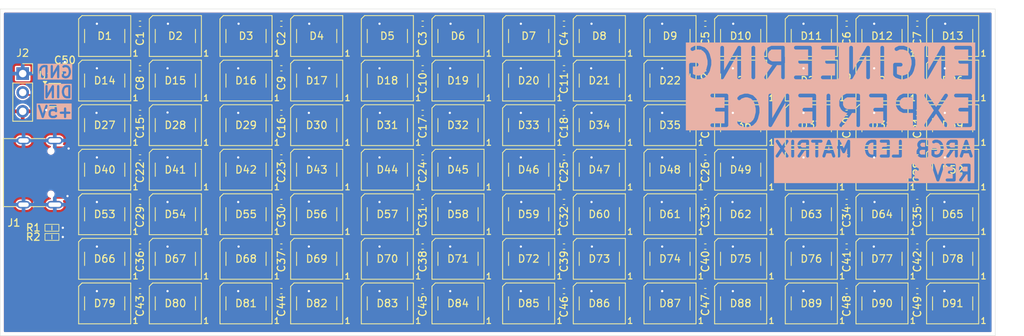
<source format=kicad_pcb>
(kicad_pcb (version 20241229) (generator "pcbnew") (generator_version "9.0")
  (layers (0 "F.Cu" signal) (2 "B.Cu" signal) (13 "F.Paste" user) (15 "B.Paste" user) (5 "F.SilkS" user "F.Silkscreen") (7 "B.SilkS" user "B.Silkscreen") (1 "F.Mask" user) (3 "B.Mask" user) (25 "Edge.Cuts" user))
  (net 0 "")
  (net 1 "Net-(D1-DOUT)")
  (net 2 "GND")
  (net 3 "+5V")
  (net 7 "Net-(D2-DOUT)")
  (net 11 "Net-(J2-Pin_2)")
  (net 12 "/DIN")
  (net 13 "Net-(D3-DOUT)")
  (net 14 "Net-(D4-DOUT)")
  (net 15 "Net-(D5-DOUT)")
  (net 16 "Net-(D6-DOUT)")
  (net 17 "Net-(D7-DOUT)")
  (net 18 "Net-(D8-DOUT)")
  (net 19 "Net-(D10-DIN)")
  (net 20 "Net-(D10-DOUT)")
  (net 21 "Net-(D11-DOUT)")
  (net 22 "Net-(D12-DOUT)")
  (net 23 "DO1")
  (net 24 "Net-(D14-DOUT)")
  (net 25 "Net-(D15-DOUT)")
  (net 26 "Net-(D16-DOUT)")
  (net 27 "Net-(D17-DOUT)")
  (net 28 "Net-(D18-DOUT)")
  (net 29 "Net-(D19-DOUT)")
  (net 30 "Net-(D20-DOUT)")
  (net 31 "Net-(D21-DOUT)")
  (net 32 "Net-(D22-DOUT)")
  (net 33 "Net-(D23-DOUT)")
  (net 34 "Net-(D24-DOUT)")
  (net 35 "Net-(D25-DOUT)")
  (net 36 "DO2")
  (net 37 "Net-(D27-DOUT)")
  (net 38 "Net-(D28-DOUT)")
  (net 39 "Net-(D29-DOUT)")
  (net 40 "Net-(D30-DOUT)")
  (net 41 "Net-(D31-DOUT)")
  (net 42 "Net-(D32-DOUT)")
  (net 43 "Net-(D33-DOUT)")
  (net 44 "Net-(D34-DOUT)")
  (net 45 "Net-(D35-DOUT)")
  (net 46 "Net-(D36-DOUT)")
  (net 47 "Net-(D37-DOUT)")
  (net 48 "Net-(D38-DOUT)")
  (net 49 "DO3")
  (net 50 "Net-(D40-DOUT)")
  (net 51 "Net-(D41-DOUT)")
  (net 52 "Net-(D42-DOUT)")
  (net 53 "Net-(D43-DOUT)")
  (net 54 "Net-(D44-DOUT)")
  (net 55 "Net-(D45-DOUT)")
  (net 56 "Net-(D46-DOUT)")
  (net 57 "Net-(D47-DOUT)")
  (net 58 "Net-(D48-DOUT)")
  (net 59 "Net-(D49-DOUT)")
  (net 60 "Net-(D50-DOUT)")
  (net 61 "Net-(D51-DOUT)")
  (net 62 "DO4")
  (net 63 "Net-(D53-DOUT)")
  (net 64 "Net-(D54-DOUT)")
  (net 65 "Net-(D55-DOUT)")
  (net 66 "Net-(D56-DOUT)")
  (net 67 "Net-(D57-DOUT)")
  (net 68 "Net-(D58-DOUT)")
  (net 69 "Net-(D59-DOUT)")
  (net 70 "Net-(D60-DOUT)")
  (net 71 "Net-(D61-DOUT)")
  (net 72 "Net-(D62-DOUT)")
  (net 73 "Net-(D63-DOUT)")
  (net 74 "Net-(D64-DOUT)")
  (net 75 "DO5")
  (net 76 "Net-(D66-DOUT)")
  (net 77 "Net-(D67-DOUT)")
  (net 78 "Net-(D68-DOUT)")
  (net 79 "Net-(D69-DOUT)")
  (net 80 "Net-(D70-DOUT)")
  (net 81 "Net-(D71-DOUT)")
  (net 82 "Net-(D72-DOUT)")
  (net 83 "Net-(D73-DOUT)")
  (net 84 "Net-(D74-DOUT)")
  (net 85 "Net-(D75-DOUT)")
  (net 86 "Net-(D76-DOUT)")
  (net 87 "Net-(D77-DOUT)")
  (net 88 "DO6")
  (net 89 "Net-(D79-DOUT)")
  (net 90 "Net-(D80-DOUT)")
  (net 91 "Net-(D81-DOUT)")
  (net 92 "Net-(D82-DOUT)")
  (net 93 "Net-(D83-DOUT)")
  (net 94 "Net-(D84-DOUT)")
  (net 95 "Net-(D85-DOUT)")
  (net 96 "Net-(D86-DOUT)")
  (net 97 "Net-(D87-DOUT)")
  (net 98 "Net-(D88-DOUT)")
  (net 99 "Net-(D89-DOUT)")
  (net 100 "Net-(D90-DOUT)")
  (net 101 "DO7")
  (net 102 "Net-(J1-CC1)")
  (net 103 "Net-(J1-CC2)")
  (footprint "EE_DIODES:XL-5050RGBC-WS2812B" (layer "F.Cu") (at 180.55 139.65 180)
    (property "Reference" "D86")
    (property "Value" "XL-5050RGBC-WS2812B")
  )
  (footprint "EE_DIODES:XL-5050RGBC-WS2812B" (layer "F.Cu") (at 190.05 127.65 180)
    (property "Reference" "D61")
    (property "Value" "XL-5050RGBC-WS2812B")
  )
  (footprint "EE_PASSIVE_CAPACITORS:C_0402" (layer "F.Cu") (at 175.8 102)
    (property "Reference" "C4")
    (property "Value" "100nF" (hide yes))
  )
  (footprint "EE_PASSIVE_CAPACITORS:C_0402" (layer "F.Cu") (at 137.8 138)
    (property "Reference" "C44")
    (property "Value" "100nF" (hide yes))
  )
  (footprint "EE_DIODES:XL-5050RGBC-WS2812B" (layer "F.Cu") (at 209.05 133.65 180)
    (property "Reference" "D76")
    (property "Value" "XL-5050RGBC-WS2812B")
  )
  (footprint "EE_DIODES:XL-5050RGBC-WS2812B" (layer "F.Cu") (at 228.05 115.65 180)
    (property "Reference" "D39")
    (property "Value" "XL-5050RGBC-WS2812B")
  )
  (footprint "EE_DIODES:XL-5050RGBC-WS2812B" (layer "F.Cu") (at 123.55 109.65 180)
    (property "Reference" "D15")
    (property "Value" "XL-5050RGBC-WS2812B")
  )
  (footprint "EE_PASSIVE_CAPACITORS:C_0402" (layer "F.Cu") (at 175.8 108)
    (property "Reference" "C11")
    (property "Value" "100nF" (hide yes))
  )
  (footprint "EE_PASSIVE_RESISTORS:R_0402" (layer "F.Cu") (at 106.95 129.47)
    (property "Reference" "R1")
    (property "Value" "5K1" (hide yes))
  )
  (footprint "EE_DIODES:XL-5050RGBC-WS2812B" (layer "F.Cu") (at 142.55 103.65 180)
    (property "Reference" "D4")
    (property "Value" "XL-5050RGBC-WS2812B")
  )
  (footprint "EE_DIODES:XL-5050RGBC-WS2812B" (layer "F.Cu") (at 133.05 121.65 180)
    (property "Reference" "D42")
    (property "Value" "XL-5050RGBC-WS2812B")
  )
  (footprint "EE_DIODES:XL-5050RGBC-WS2812B" (layer "F.Cu") (at 161.55 133.65 180)
    (property "Reference" "D71")
    (property "Value" "XL-5050RGBC-WS2812B")
  )
  (footprint "EE_PASSIVE_CAPACITORS:C_0402" (layer "F.Cu") (at 156.8 120)
    (property "Reference" "C24")
    (property "Value" "100nF" (hide yes))
  )
  (footprint "EE_PASSIVE_CAPACITORS:C_0402" (layer "F.Cu") (at 118.8 132)
    (property "Reference" "C36")
    (property "Value" "100nF" (hide yes))
  )
  (footprint "EE_PASSIVE_CAPACITORS:C_0402" (layer "F.Cu") (at 156.8 138)
    (property "Reference" "C45")
    (property "Value" "100nF" (hide yes))
  )
  (footprint "EE_CONNECTORS:G-Switch_GT-USB-7010ASV" (layer "F.Cu") (at 104.215 122.04 -90)
    (property "Reference" "J1")
    (property "Value" "GT-USB-7010ASV" (hide yes))
  )
  (footprint "EE_PASSIVE_CAPACITORS:C_0402" (layer "F.Cu") (at 137.8 102)
    (property "Reference" "C2")
    (property "Value" "100nF" (hide yes))
  )
  (footprint "EE_PASSIVE_CAPACITORS:C_0402" (layer "F.Cu") (at 137.8 132)
    (property "Reference" "C37")
    (property "Value" "100nF" (hide yes))
  )
  (footprint "EE_DIODES:XL-5050RGBC-WS2812B" (layer "F.Cu") (at 142.55 109.65 180)
    (property "Reference" "D17")
    (property "Value" "XL-5050RGBC-WS2812B")
  )
  (footprint "EE_PASSIVE_CAPACITORS:C_0402" (layer "F.Cu") (at 213.8 126)
    (property "Reference" "C34")
    (property "Value" "100nF" (hide yes))
  )
  (footprint "EE_DIODES:XL-5050RGBC-WS2812B" (layer "F.Cu") (at 190.05 115.65 180)
    (property "Reference" "D35")
    (property "Value" "XL-5050RGBC-WS2812B")
  )
  (footprint "EE_PASSIVE_RESISTORS:R_0402" (layer "F.Cu") (at 106.95 130.7)
    (property "Reference" "R2")
    (property "Value" "5K1" (hide yes))
  )
  (footprint "EE_PASSIVE_CAPACITORS:C_0402" (layer "F.Cu") (at 223.3 120)
    (property "Reference" "C28")
    (property "Value" "100nF" (hide yes))
  )
  (footprint "EE_DIODES:XL-5050RGBC-WS2812B" (layer "F.Cu") (at 218.55 133.65 180)
    (property "Reference" "D77")
    (property "Value" "XL-5050RGBC-WS2812B")
  )
  (footprint "EE_DIODES:XL-5050RGBC-WS2812B" (layer "F.Cu") (at 161.55 127.65 180)
    (property "Reference" "D58")
    (property "Value" "XL-5050RGBC-WS2812B")
  )
  (footprint "EE_PASSIVE_CAPACITORS:C_0402" (layer "F.Cu") (at 137.8 114)
    (property "Reference" "C16")
    (property "Value" "100nF" (hide yes))
  )
  (footprint "EE_PASSIVE_CAPACITORS:C_0402" (layer "F.Cu") (at 194.8 114)
    (property "Reference" "C19")
    (property "Value" "100nF" (hide yes))
  )
  (footprint "EE_PASSIVE_CAPACITORS:C_0402" (layer "F.Cu") (at 213.8 108)
    (property "Reference" "C13")
    (property "Value" "100nF" (hide yes))
  )
  (footprint "EE_DIODES:XL-5050RGBC-WS2812B" (layer "F.Cu") (at 199.55 121.65 180)
    (property "Reference" "D49")
    (property "Value" "XL-5050RGBC-WS2812B")
  )
  (footprint "EE_IC_LOGIC:74AHCT1G126W5-7" (layer "F.Cu") (at 107.3275 111.59)
    (property "Reference" "U1")
    (property "Value" "74AHCT1G126W5-7" (hide yes))
  )
  (footprint "EE_PASSIVE_CAPACITORS:C_0402" (layer "F.Cu") (at 118.8 126)
    (property "Reference" "C29")
    (property "Value" "100nF" (hide yes))
  )
  (footprint "EE_DIODES:XL-5050RGBC-WS2812B" (layer "F.Cu") (at 228.05 133.65 180)
    (property "Reference" "D78")
    (property "Value" "XL-5050RGBC-WS2812B")
  )
  (footprint "EE_PASSIVE_CAPACITORS:C_0402" (layer "F.Cu") (at 213.8 114)
    (property "Reference" "C20")
    (property "Value" "100nF" (hide yes))
  )
  (footprint "Connector_PinSocket_2.54mm:PinSocket_1x03_P2.54mm_Vertical" (layer "F.Cu") (at 103.0275 108.71)
    (property "Reference" "J2")
    (property "Value" "DATA IN")
  )
  (footprint "EE_DIODES:XL-5050RGBC-WS2812B" (layer "F.Cu") (at 199.55 109.65 180)
    (property "Reference" "D23")
    (property "Value" "XL-5050RGBC-WS2812B")
  )
  (footprint "EE_DIODES:XL-5050RGBC-WS2812B" (layer "F.Cu") (at 218.55 139.65 180)
    (property "Reference" "D90")
    (property "Value" "XL-5050RGBC-WS2812B")
  )
  (footprint "EE_DIODES:XL-5050RGBC-WS2812B" (layer "F.Cu") (at 218.55 103.65 180)
    (property "Reference" "D12")
    (property "Value" "XL-5050RGBC-WS2812B")
  )
  (footprint "EE_DIODES:XL-5050RGBC-WS2812B" (layer "F.Cu") (at 209.05 139.65 180)
    (property "Reference" "D89")
    (property "Value" "XL-5050RGBC-WS2812B")
  )
  (footprint "EE_DIODES:XL-5050RGBC-WS2812B" (layer "F.Cu") (at 133.05 109.65 180)
    (property "Reference" "D16")
    (property "Value" "XL-5050RGBC-WS2812B")
  )
  (footprint "EE_DIODES:XL-5050RGBC-WS2812B" (layer "F.Cu") (at 228.05 127.65 180)
    (property "Reference" "D65")
    (property "Value" "XL-5050RGBC-WS2812B")
  )
  (footprint "EE_PASSIVE_CAPACITORS:C_0402" (layer "F.Cu") (at 223.3 108)
    (property "Reference" "C14")
    (property "Value" "100nF" (hide yes))
  )
  (footprint "EE_PASSIVE_CAPACITORS:C_0402" (layer "F.Cu") (at 194.8 132)
    (property "Reference" "C40")
    (property "Value" "100nF" (hide yes))
  )
  (footprint "EE_DIODES:XL-5050RGBC-WS2812B" (layer "F.Cu") (at 123.55 133.65 180)
    (property "Reference" "D67")
    (property "Value" "XL-5050RGBC-WS2812B")
  )
  (footprint "EE_DIODES:XL-5050RGBC-WS2812B" (layer "F.Cu") (at 114.05 127.65 180)
    (property "Reference" "D53")
    (property "Value" "XL-5050RGBC-WS2812B")
  )
  (footprint "EE_PASSIVE_CAPACITORS:C_0402" (layer "F.Cu") (at 194.8 120)
    (property "Reference" "C26")
    (property "Value" "100nF" (hide yes))
  )
  (footprint "EE_DIODES:XL-5050RGBC-WS2812B" (layer "F.Cu") (at 152.05 139.65 180)
    (property "Reference" "D83")
    (property "Value" "XL-5050RGBC-WS2812B")
  )
  (footprint "EE_DIODES:XL-5050RGBC-WS2812B" (layer "F.Cu") (at 180.55 121.65 180)
    (property "Reference" "D47")
    (property "Value" "XL-5050RGBC-WS2812B")
  )
  (footprint "EE_DIODES:XL-5050RGBC-WS2812B" (layer "F.Cu") (at 123.55 103.65 180)
    (property "Reference" "D2")
    (property "Value" "XL-5050RGBC-WS2812B")
  )
  (footprint "EE_DIODES:XL-5050RGBC-WS2812B" (layer "F.Cu") (at 218.55 127.65 180)
    (property "Reference" "D64")
    (property "Value" "XL-5050RGBC-WS2812B")
  )
  (footprint "EE_DIODES:XL-5050RGBC-WS2812B" (layer "F.Cu") (at 114.05 109.65 180)
    (property "Reference" "D14")
    (property "Value" "XL-5050RGBC-WS2812B")
  )
  (footprint "EE_DIODES:XL-5050RGBC-WS2812B" (layer "F.Cu") (at 133.05 127.65 180)
    (property "Reference" "D55")
    (property "Value" "XL-5050RGBC-WS2812B")
  )
  (footprint "EE_PASSIVE_CAPACITORS:C_0402" (layer "F.Cu") (at 137.8 120)
    (property "Reference" "C23")
    (property "Value" "100nF" (hide yes))
  )
  (footprint "EE_PASSIVE_CAPACITORS:C_0402" (layer "F.Cu") (at 118.8 138)
    (property "Reference" "C43")
    (property "Value" "100nF" (hide yes))
  )
  (footprint "EE_DIODES:XL-5050RGBC-WS2812B" (layer "F.Cu") (at 114.05 103.65 180)
    (property "Reference" "D1")
    (property "Value" "XL-5050RGBC-WS2812B")
  )
  (footprint "EE_DIODES:XL-5050RGBC-WS2812B" (layer "F.Cu") (at 114.05 133.65 180)
    (property "Reference" "D66")
    (property "Value" "XL-5050RGBC-WS2812B")
  )
  (footprint "EE_DIODES:XL-5050RGBC-WS2812B" (layer "F.Cu") (at 180.55 115.65 180)
    (property "Reference" "D34")
    (property "Value" "XL-5050RGBC-WS2812B")
  )
  (footprint "EE_DIODES:XL-5050RGBC-WS2812B" (layer "F.Cu") (at 142.55 127.65 180)
    (property "Reference" "D56")
    (property "Value" "XL-5050RGBC-WS2812B")
  )
  (footprint "EE_DIODES:XL-5050RGBC-WS2812B" (layer "F.Cu") (at 114.05 121.65 180)
    (property "Reference" "D40")
    (property "Value" "XL-5050RGBC-WS2812B")
  )
  (footprint "EE_DIODES:XL-5050RGBC-WS2812B" (layer "F.Cu") (at 152.05 121.65 180)
    (property "Reference" "D44")
    (property "Value" "XL-5050RGBC-WS2812B")
  )
  (footprint "EE_DIODES:XL-5050RGBC-WS2812B" (layer "F.Cu") (at 218.55 109.65 180)
    (property "Reference" "D25")
    (property "Value" "XL-5050RGBC-WS2812B")
  )
  (footprint "EE_DIODES:XL-5050RGBC-WS2812B" (layer "F.Cu") (at 123.55 121.65 180)
    (property "Reference" "D41")
    (property "Value" "XL-5050RGBC-WS2812B")
  )
  (footprint "EE_PASSIVE_CAPACITORS:C_0402" (layer "F.Cu") (at 175.8 132)
    (property "Reference" "C39")
    (property "Value" "100nF" (hide yes))
  )
  (footprint "EE_DIODES:XL-5050RGBC-WS2812B" (layer "F.Cu") (at 228.05 103.65 180)
    (property "Reference" "D13")
    (property "Value" "XL-5050RGBC-WS2812B")
  )
  (footprint "EE_DIODES:XL-5050RGBC-WS2812B" (layer "F.Cu") (at 228.05 139.65 180)
    (property "Reference" "D91")
    (property "Value" "XL-5050RGBC-WS2812B")
  )
  (footprint "EE_DIODES:XL-5050RGBC-WS2812B" (layer "F.Cu") (at 171.05 109.65 180)
    (property "Reference" "D20")
    (property "Value" "XL-5050RGBC-WS2812B")
  )
  (footprint "EE_DIODES:XL-5050RGBC-WS2812B" (layer "F.Cu") (at 161.55 109.65 180)
    (property "Reference" "D19")
    (property "Value" "XL-5050RGBC-WS2812B")
  )
  (footprint "EE_PASSIVE_CAPACITORS:C_0402" (layer "F.Cu") (at 118.8 114)
    (property "Reference" "C15")
    (property "Value" "100nF" (hide yes))
  )
  (footprint "EE_DIODES:XL-5050RGBC-WS2812B" (layer "F.Cu") (at 190.05 139.65 180)
    (property "Reference" "D87")
    (property "Value" "XL-5050RGBC-WS2812B")
  )
  (footprint "EE_PASSIVE_CAPACITORS:C_0402" (layer "F.Cu") (at 156.8 114)
    (property "Reference" "C17")
    (property "Value" "100nF" (hide yes))
  )
  (footprint "EE_PASSIVE_CAPACITORS:C_0402" (layer "F.Cu") (at 118.8 108)
    (property "Reference" "C8")
    (property "Value" "100nF" (hide yes))
  )
  (footprint "EE_PASSIVE_CAPACITORS:C_0402" (layer "F.Cu") (at 137.8 126)
    (property "Reference" "C30")
    (property "Value" "100nF" (hide yes))
  )
  (footprint "EE_PASSIVE_CAPACITORS:C_0402" (layer "F.Cu") (at 118.8 102)
    (property "Reference" "C1")
    (property "Value" "100nF" (hide yes))
  )
  (footprint "EE_DIODES:XL-5050RGBC-WS2812B" (layer "F.Cu") (at 218.55 121.65 180)
    (property "Reference" "D51")
    (property "Value" "XL-5050RGBC-WS2812B")
  )
  (footprint "EE_PASSIVE_CAPACITORS:C_0402" (layer "F.Cu") (at 223.3 114)
    (property "Reference" "C21")
    (property "Value" "100nF" (hide yes))
  )
  (footprint "EE_PASSIVE_CAPACITORS:C_0402" (layer "F.Cu") (at 223.3 102)
    (property "Reference" "C7")
    (property "Value" "100nF" (hide yes))
  )
  (footprint "EE_DIODES:XL-5050RGBC-WS2812B" (layer "F.Cu") (at 180.55 133.65 180)
    (property "Reference" "D73")
    (property "Value" "XL-5050RGBC-WS2812B")
  )
  (footprint "EE_DIODES:XL-5050RGBC-WS2812B" (layer "F.Cu") (at 199.55 133.65 180)
    (property "Reference" "D75")
    (property "Value" "XL-5050RGBC-WS2812B")
  )
  (footprint "EE_DIODES:XL-5050RGBC-WS2812B" (layer "F.Cu") (at 161.55 103.65 180)
    (property "Reference" "D6")
    (property "Value" "XL-5050RGBC-WS2812B")
  )
  (footprint "EE_DIODES:XL-5050RGBC-WS2812B" (layer "F.Cu") (at 152.05 133.65 180)
    (property "Reference" "D70")
    (property "Value" "XL-5050RGBC-WS2812B")
  )
  (footprint "EE_DIODES:XL-5050RGBC-WS2812B" (layer "F.Cu") (at 152.05 109.65 180)
    (property "Reference" "D18")
    (property "Value" "XL-5050RGBC-WS2812B")
  )
  (footprint "EE_PASSIVE_CAPACITORS:C_0402" (layer "F.Cu") (at 223.3 126)
    (property "Reference" "C35")
    (property "Value" "100nF" (hide yes))
  )
  (footprint "EE_DIODES:XL-5050RGBC-WS2812B" (layer "F.Cu") (at 199.55 139.65 180)
    (property "Reference" "D88")
    (property "Value" "XL-5050RGBC-WS2812B")
  )
  (footprint "EE_DIODES:XL-5050RGBC-WS2812B" (layer "F.Cu") (at 161.55 139.65 180)
    (property "Reference" "D84")
    (property "Value" "XL-5050RGBC-WS2812B")
  )
  (footprint "EE_DIODES:XL-5050RGBC-WS2812B" (layer "F.Cu") (at 180.55 127.65 180)
    (property "Reference" "D60")
    (property "Value" "XL-5050RGBC-WS2812B")
  )
  (footprint "EE_DIODES:XL-5050RGBC-WS2812B" (layer "F.Cu") (at 114.05 115.65 180)
    (property "Reference" "D27")
    (property "Value" "XL-5050RGBC-WS2812B")
  )
  (footprint "EE_PASSIVE_CAPACITORS:C_0402" (layer "F.Cu") (at 213.8 132)
    (property "Reference" "C41")
    (property "Value" "100nF" (hide yes))
  )
  (footprint "EE_PASSIVE_CAPACITORS:C_0402" (layer "F.Cu") (at 213.8 102)
    (property "Reference" "C6")
    (property "Value" "100nF" (hide yes))
  )
  (footprint "EE_DIODES:XL-5050RGBC-WS2812B" (layer "F.Cu") (at 199.55 115.65 180)
    (property "Reference" "D36")
    (property "Value" "XL-5050RGBC-WS2812B")
  )
  (footprint "EE_DIODES:XL-5050RGBC-WS2812B" (layer "F.Cu") (at 209.05 121.65 180)
    (property "Reference" "D50")
    (property "Value" "XL-5050RGBC-WS2812B")
  )
  (footprint "EE_DIODES:XL-5050RGBC-WS2812B" (layer "F.Cu") (at 171.05 103.65 180)
    (property "Reference" "D7")
    (property "Value" "XL-5050RGBC-WS2812B")
  )
  (footprint "EE_DIODES:XL-5050RGBC-WS2812B" (layer "F.Cu") (at 228.05 121.65 180)
    (property "Reference" "D52")
    (property "Value" "XL-5050RGBC-WS2812B")
  )
  (footprint "EE_PASSIVE_CAPACITORS:C_0402" (layer "F.Cu") (at 156.8 132)
    (property "Reference" "C38")
    (property "Value" "100nF" (hide yes))
  )
  (footprint "EE_DIODES:XL-5050RGBC-WS2812B" (layer "F.Cu") (at 114.05 139.65 180)
    (property "Reference" "D79")
    (property "Value" "XL-5050RGBC-WS2812B")
  )
  (footprint "EE_PASSIVE_CAPACITORS:C_0402" (layer "F.Cu") (at 213.8 120)
    (property "Reference" "C27")
    (property "Value" "100nF" (hide yes))
  )
  (footprint "EE_DIODES:XL-5050RGBC-WS2812B" (layer "F.Cu") (at 142.55 121.65 180)
    (property "Reference" "D43")
    (property "Value" "XL-5050RGBC-WS2812B")
  )
  (footprint "EE_DIODES:XL-5050RGBC-WS2812B" (layer "F.Cu") (at 190.05 121.65 180)
    (property "Reference" "D48")
    (property "Value" "XL-5050RGBC-WS2812B")
  )
  (footprint "EE_DIODES:XL-5050RGBC-WS2812B" (layer "F.Cu") (at 199.55 103.65 180)
    (property "Reference" "D10")
    (property "Value" "XL-5050RGBC-WS2812B")
  )
  (footprint "EE_DIODES:XL-5050RGBC-WS2812B" (layer "F.Cu") (at 133.05 115.65 180)
    (property "Reference" "D29")
    (property "Value" "XL-5050RGBC-WS2812B")
  )
  (footprint "EE_DIODES:XL-5050RGBC-WS2812B" (layer "F.Cu") (at 209.05 115.65 180)
    (property "Reference" "D37")
    (property "Value" "XL-5050RGBC-WS2812B")
  )
  (footprint "EE_PASSIVE_CAPACITORS:C_0402" (layer "F.Cu") (at 156.8 108)
    (property "Reference" "C10")
    (property "Value" "100nF" (hide yes))
  )
  (footprint "EE_PASSIVE_CAPACITORS:C_0402" (layer "F.Cu") (at 223.3 132)
    (property "Reference" "C42")
    (property "Value" "100nF" (hide yes))
  )
  (footprint "EE_DIODES:XL-5050RGBC-WS2812B" (layer "F.Cu") (at 142.55 115.65 180)
    (property "Reference" "D30")
    (property "Value" "XL-5050RGBC-WS2812B")
  )
  (footprint "EE_DIODES:XL-5050RGBC-WS2812B" (layer "F.Cu") (at 161.55 121.65 180)
    (property "Reference" "D45")
    (property "Value" "XL-5050RGBC-WS2812B")
  )
  (footprint "EE_PASSIVE_CAPACITORS:C_0402" (layer "F.Cu") (at 175.8 120)
    (property "Reference" "C25")
    (property "Value" "100nF" (hide yes))
  )
  (footprint "EE_PASSIVE_CAPACITORS:C_0402" (layer "F.Cu") (at 137.8 108)
    (property "Reference" "C9")
    (property "Value" "100nF" (hide yes))
  )
  (footprint "EE_PASSIVE_CAPACITORS:C_0402" (layer "F.Cu") (at 108.7 108.62 90)
    (property "Reference" "C50")
    (property "Value" "100nF" (hide yes))
  )
  (footprint "EE_DIODES:XL-5050RGBC-WS2812B" (layer "F.Cu") (at 171.05 139.65 180)
    (property "Reference" "D85")
    (property "Value" "XL-5050RGBC-WS2812B")
  )
  (footprint "EE_PASSIVE_CAPACITORS:C_0402" (layer "F.Cu") (at 175.8 126)
    (property "Reference" "C32")
    (property "Value" "100nF" (hide yes))
  )
  (footprint "EE_DIODES:XL-5050RGBC-WS2812B" (layer "F.Cu") (at 171.05 115.65 180)
    (property "Reference" "D33")
    (property "Value" "XL-5050RGBC-WS2812B")
  )
  (footprint "EE_DIODES:XL-5050RGBC-WS2812B" (layer "F.Cu") (at 142.55 139.65 180)
    (property "Reference" "D82")
    (property "Value" "XL-5050RGBC-WS2812B")
  )
  (footprint "EE_DIODES:XL-5050RGBC-WS2812B" (layer "F.Cu") (at 133.05 133.65 180)
    (property "Reference" "D68")
    (property "Value" "XL-5050RGBC-WS2812B")
  )
  (footprint "EE_DIODES:XL-5050RGBC-WS2812B" (layer "F.Cu") (at 228.05 109.65 180)
    (property "Reference" "D26")
    (property "Value" "XL-5050RGBC-WS2812B")
  )
  (footprint "EE_DIODES:XL-5050RGBC-WS2812B" (layer "F.Cu") (at 190.05 103.65 180)
    (property "Reference" "D9")
    (property "Value" "XL-5050RGBC-WS2812B")
  )
  (footprint "EE_PASSIVE_CAPACITORS:C_0402" (layer "F.Cu") (at 156.8 126)
    (property "Reference" "C31")
    (property "Value" "100nF" (hide yes))
  )
  (footprint "EE_DIODES:XL-5050RGBC-WS2812B" (layer "F.Cu") (at 171.05 133.65 180)
    (property "Reference" "D72")
    (property "Value" "XL-5050RGBC-WS2812B")
  )
  (footprint "EE_DIODES:XL-5050RGBC-WS2812B" (layer "F.Cu") (at 133.05 103.65 180)
    (property "Reference" "D3")
    (property "Value" "XL-5050RGBC-WS2812B")
  )
  (footprint "EE_DIODES:XL-5050RGBC-WS2812B" (layer "F.Cu") (at 209.05 127.65 180)
    (property "Reference" "D63")
    (property "Value" "XL-5050RGBC-WS2812B")
  )
  (footprint "EE_DIODES:XL-5050RGBC-WS2812B" (layer "F.Cu") (at 199.55 127.65 180)
    (property "Reference" "D62")
    (property "Value" "XL-5050RGBC-WS2812B")
  )
  (footprint "EE_PASSIVE_CAPACITORS:C_0402" (layer "F.Cu") (at 175.8 114)
    (property "Reference" "C18")
    (property "Value" "100nF" (hide yes))
  )
  (footprint "EE_DIODES:XL-5050RGBC-WS2812B" (layer "F.Cu") (at 171.05 127.65 180)
    (property "Reference" "D59")
    (property "Value" "XL-5050RGBC-WS2812B")
  )
  (footprint "EE_DIODES:XL-5050RGBC-WS2812B" (layer "F.Cu") (at 218.55 115.65 180)
    (property "Reference" "D38")
    (property "Value" "XL-5050RGBC-WS2812B")
  )
  (footprint "EE_DIODES:XL-5050RGBC-WS2812B" (layer "F.Cu") (at 209.05 109.65 180)
    (property "Reference" "D24")
    (property "Value" "XL-5050RGBC-WS2812B")
  )
  (footprint "EE_DIODES:XL-5050RGBC-WS2812B" (layer "F.Cu") (at 133.05 139.65 180)
    (property "Reference" "D81")
    (property "Value" "XL-5050RGBC-WS2812B")
  )
  (footprint "EE_DIODES:XL-5050RGBC-WS2812B" (layer "F.Cu") (at 190.05 133.65 180)
    (property "Reference" "D74")
    (property "Value" "XL-5050RGBC-WS2812B")
  )
  (footprint "EE_DIODES:XL-5050RGBC-WS2812B" (layer "F.Cu") (at 123.55 115.65 180)
    (property "Reference" "D28")
    (property "Value" "XL-5050RGBC-WS2812B")
  )
  (footprint "EE_DIODES:XL-5050RGBC-WS2812B" (layer "F.Cu") (at 142.55 133.65 180)
    (property "Reference" "D69")
    (property "Value" "XL-5050RGBC-WS2812B")
  )
  (footprint "EE_DIODES:XL-5050RGBC-WS2812B" (layer "F.Cu") (at 180.55 103.65 180)
    (property "Reference" "D8")
    (property "Value" "XL-5050RGBC-WS2812B")
  )
  (footprint "EE_PASSIVE_CAPACITORS:C_0402" (layer "F.Cu") (at 194.8 138)
    (property "Reference" "C47")
    (property "Value" "100nF" (hide yes))
  )
  (footprint "EE_DIODES:XL-5050RGBC-WS2812B" (layer "F.Cu") (at 152.05 103.65 180)
    (property "Reference" "D5")
    (property "Value" "XL-5050RGBC-WS2812B")
  )
  (footprint "EE_DIODES:XL-5050RGBC-WS2812B" (layer "F.Cu") (at 123.55 139.65 180)
    (property "Reference" "D80")
    (property "Value" "XL-5050RGBC-WS2812B")
  )
  (footprint "EE_PASSIVE_CAPACITORS:C_0402" (layer "F.Cu") (at 175.8 138)
    (property "Reference" "C46")
    (property "Value" "100nF" (hide yes))
  )
  (footprint "EE_PASSIVE_CAPACITORS:C_0402" (layer "F.Cu") (at 118.8 120)
    (property "Reference" "C22")
    (property "Value" "100nF" (hide yes))
  )
  (footprint "EE_DIODES:XL-5050RGBC-WS2812B" (layer "F.Cu") (at 152.05 127.65 180)
    (property "Reference" "D57")
    (property "Value" "XL-5050RGBC-WS2812B")
  )
  (footprint "EE_PASSIVE_CAPACITORS:C_0402" (layer "F.Cu") (at 156.8 102)
    (property "Reference" "C3")
    (property "Value" "100nF" (hide yes))
  )
  (footprint "EE_DIODES:XL-5050RGBC-WS2812B" (layer "F.Cu") (at 190.05 109.65 180)
    (property "Reference" "D22")
    (property "Value" "XL-5050RGBC-WS2812B")
  )
  (footprint "EE_DIODES:XL-5050RGBC-WS2812B" (layer "F.Cu") (at 152.05 115.65 180)
    (property "Reference" "D31")
    (property "Value" "XL-5050RGBC-WS2812B")
  )
  (footprint "EE_DIODES:XL-5050RGBC-WS2812B" (layer "F.Cu") (at 123.55 127.65 180)
    (property "Reference" "D54")
    (property "Value" "XL-5050RGBC-WS2812B")
  )
  (footprint "EE_PASSIVE_CAPACITORS:C_0402" (layer "F.Cu") (at 194.8 126)
    (property "Reference" "C33")
    (property "Value" "100nF" (hide yes))
  )
  (footprint "EE_DIODES:XL-5050RGBC-WS2812B" (layer "F.Cu") (at 180.55 109.65 180)
    (property "Reference" "D21")
    (property "Value" "XL-5050RGBC-WS2812B")
  )
  (footprint "EE_DIODES:XL-5050RGBC-WS2812B" (layer "F.Cu") (at 161.55 115.65 180)
    (property "Reference" "D32")
    (property "Value" "XL-5050RGBC-WS2812B")
  )
  (footprint "EE_PASSIVE_CAPACITORS:C_0402" (layer "F.Cu") (at 223.3 138)
    (property "Reference" "C49")
    (property "Value" "100nF" (hide yes))
  )
  (footprint "EE_DIODES:XL-5050RGBC-WS2812B" (layer "F.Cu") (at 171.05 121.65 180)
    (property "Reference" "D46")
    (property "Value" "XL-5050RGBC-WS2812B")
  )
  (footprint "EE_PASSIVE_CAPACITORS:C_0402" (layer "F.Cu") (at 194.8 102)
    (property "Reference" "C5")
    (property "Value" "100nF" (hide yes))
  )
  (footprint "EE_PASSIVE_CAPACITORS:C_0402" (layer "F.Cu") (at 213.8 138)
    (property "Reference" "C48")
    (property "Value" "100nF" (hide yes))
  )
  (footprint "EE_PASSIVE_CAPACITORS:C_0402" (layer "F.Cu") (at 194.8 108)
    (property "Reference" "C12")
    (property "Value" "100nF" (hide yes))
  )
  (footprint "EE_DIODES:XL-5050RGBC-WS2812B" (layer "F.Cu") (at 209.05 103.65 180)
    (property "Reference" "D11")
    (property "Value" "XL-5050RGBC-WS2812B")
  )
  (gr_rect (start 100 100.01) (end 233.78 144.01) (stroke (width 0.05)) (fill no) (layer "Edge.Cuts"))
  (gr_text "ENGINEERING\nEXPERIENCE" (at 231.35 116.15 0) (layer "B.SilkS" knockout) (effects (font (size 4 4)) (justify left bottom mirror)))
  (gr_text "ARGB LED MATRIX \nREV 1" (at 231 123.3 0) (layer "B.SilkS" knockout) (effects (font (size 2 2) (thickness 0.4) (bold yes)) (justify left bottom mirror)))
  (gr_text "GND" (at 109.85 109.4 0) (layer "B.SilkS" knockout) (effects (font (size 1.5 1.5) (thickness 0.3) (bold yes)) (justify left bottom mirror)))
  (gr_text "+5V" (at 109.85 114.75 0) (layer "B.SilkS" knockout) (effects (font (size 1.5 1.5) (thickness 0.3) (bold yes)) (justify left bottom mirror)))
  (gr_text "DIN" (at 109.85 112.1 0) (layer "B.SilkS" knockout) (effects (font (size 1.5 1.5) (thickness 0.3) (bold yes)) (justify left bottom mirror)))
  (segment (start 119.8 105.3) (end 121.1 105.3) (width 0.2) (layer "F.Cu") (net 1))
  (segment (start 116.5 102) (end 119.8 105.3) (width 0.2) (layer "F.Cu") (net 1))
  (segment (start 197.1 102) (end 195.28 102) (width 0.8) (layer "F.Cu") (net 2))
  (segment (start 178.1 138) (end 179.5 138) (width 0.8) (layer "F.Cu") (net 2))
  (segment (start 206.6 102) (end 208 102) (width 0.8) (layer "F.Cu") (net 2))
  (segment (start 214.28 132) (end 216.1 132) (width 0.8) (layer "F.Cu") (net 2))
  (segment (start 178.1 102) (end 179.5 102) (width 0.8) (layer "F.Cu") (net 2))
  (segment (start 197.15 102) (end 198.55 102) (width 0.8) (layer "F.Cu") (net 2))
  (segment (start 187.6 132) (end 189 132) (width 0.8) (layer "F.Cu") (net 2))
  (segment (start 197.1 126) (end 195.28 126) (width 0.8) (layer "F.Cu") (net 2))
  (segment (start 149.6 120) (end 151 120) (width 0.8) (layer "F.Cu") (net 2))
  (segment (start 223.78 108) (end 225.6 108) (width 0.8) (layer "F.Cu") (net 2))
  (segment (start 197.1 132) (end 198.5 132) (width 0.8) (layer "F.Cu") (net 2))
  (segment (start 157.28 114) (end 159.1 114) (width 0.8) (layer "F.Cu") (net 2))
  (segment (start 119.28 108) (end 121.1 108) (width 0.8) (layer "F.Cu") (net 2))
  (segment (start 157.28 102) (end 159.1 102) (width 0.8) (layer "F.Cu") (net 2))
  (segment (start 187.6 138) (end 189 138) (width 0.8) (layer "F.Cu") (net 2))
  (segment (start 140.1 126) (end 138.28 126) (width 0.8) (layer "F.Cu") (net 2))
  (segment (start 197.1 132) (end 195.28 132) (width 0.8) (layer "F.Cu") (net 2))
  (segment (start 206.6 120) (end 208 120) (width 0.8) (layer "F.Cu") (net 2))
  (segment (start 178.15 132) (end 179.55 132) (width 0.8) (layer "F.Cu") (net 2))
  (segment (start 223.78 114) (end 225.6 114) (width 0.8) (layer "F.Cu") (net 2))
  (segment (start 187.6 114) (end 189 114) (width 0.8) (layer "F.Cu") (net 2))
  (segment (start 111.6 108) (end 113 108) (width 0.8) (layer "F.Cu") (net 2))
  (segment (start 111.6 138) (end 113 138) (width 0.8) (layer "F.Cu") (net 2))
  (segment (start 130.65 132) (end 132.05 132) (width 0.8) (layer "F.Cu") (net 2))
  (segment (start 130.6 126) (end 132 126) (width 0.8) (layer "F.Cu") (net 2))
  (segment (start 178.1 114) (end 179.5 114) (width 0.8) (layer "F.Cu") (net 2))
  (segment (start 214.28 108) (end 216.1 108) (width 0.8) (layer "F.Cu") (net 2))
  (segment (start 223.78 126) (end 225.6 126) (width 0.8) (layer "F.Cu") (net 2))
  (segment (start 111.55 114) (end 112.95 114) (width 0.8) (layer "F.Cu") (net 2))
  (segment (start 225.6 120) (end 227 120) (width 0.8) (layer "F.Cu") (net 2))
  (segment (start 176.28 138) (end 178.1 138) (width 0.8) (layer "F.Cu") (net 2))
  (segment (start 168.65 126) (end 170.05 126) (width 0.8) (layer "F.Cu") (net 2))
  (segment (start 216.15 138) (end 217.55 138) (width 0.8) (layer "F.Cu") (net 2))
  (segment (start 159.15 102) (end 160.55 102) (width 0.8) (layer "F.Cu") (net 2))
  (segment (start 138.28 114) (end 140.1 114) (width 0.8) (layer "F.Cu") (net 2))
  (segment (start 119.28 138) (end 121.1 138) (width 0.8) (layer "F.Cu") (net 2))
  (segment (start 216.1 120) (end 217.5 120) (width 0.8) (layer "F.Cu") (net 2))
  (segment (start 216.1 138) (end 214.28 138) (width 0.8) (layer "F.Cu") (net 2))
  (segment (start 176.28 114) (end 178.1 114) (width 0.8) (layer "F.Cu") (net 2))
  (segment (start 187.6 102) (end 189 102) (width 0.8) (layer "F.Cu") (net 2))
  (segment (start 130.6 120) (end 132 120) (width 0.8) (layer "F.Cu") (net 2))
  (segment (start 121.1 126) (end 122.5 126) (width 0.8) (layer "F.Cu") (net 2))
  (segment (start 214.28 114) (end 216.1 114) (width 0.8) (layer "F.Cu") (net 2))
  (segment (start 107.855 118.8) (end 109.2 118.8) (width 0.3) (layer "F.Cu") (net 2))
  (segment (start 223.78 132) (end 225.6 132) (width 0.8) (layer "F.Cu") (net 2))
  (segment (start 159.1 138) (end 160.5 138) (width 0.8) (layer "F.Cu") (net 2))
  (segment (start 159.1 108) (end 160.5 108) (width 0.8) (layer "F.Cu") (net 2))
  (segment (start 159.1 126) (end 160.5 126) (width 0.8) (layer "F.Cu") (net 2))
  (segment (start 119.28 120) (end 121.1 120) (width 0.8) (layer "F.Cu") (net 2))
  (segment (start 119.28 114) (end 121.1 114) (width 0.8) (layer "F.Cu") (net 2))
  (segment (start 121.1 108) (end 122.5 108) (width 0.8) (layer "F.Cu") (net 2))
  (segment (start 107.855 125.2) (end 109.05 125.2) (width 0.3) (layer "F.Cu") (net 2))
  (segment (start 149.6 102) (end 151 102) (width 0.8) (layer "F.Cu") (net 2))
  (segment (start 225.55 126) (end 226.95 126) (width 0.8) (layer "F.Cu") (net 2))
  (segment (start 149.6 138) (end 151 138) (width 0.8) (layer "F.Cu") (net 2))
  (segment (start 178.1 126) (end 176.28 126) (width 0.8) (layer "F.Cu") (net 2))
  (segment (start 111.6 132) (end 113 132) (width 0.8) (layer "F.Cu") (net 2))
  (segment (start 225.55 138) (end 226.95 138) (width 0.8) (layer "F.Cu") (net 2))
  (segment (start 107.52 129.47) (end 108.42 129.47) (width 0.3) (layer "F.Cu") (net 2))
  (segment (start 197.1 108) (end 198.5 108) (width 0.8) (layer "F.Cu") (net 2))
  (segment (start 195.28 108) (end 197.1 108) (width 0.8) (layer "F.Cu") (net 2))
  (segment (start 121.1 138) (end 122.5 138) (width 0.8) (layer "F.Cu") (net 2))
  (segment (start 216.05 132) (end 217.45 132) (width 0.8) (layer "F.Cu") (net 2))
  (segment (start 140.1 120) (end 138.28 120) (width 0.8) (layer "F.Cu") (net 2))
  (segment (start 157.28 120) (end 159.1 120) (width 0.8) (layer "F.Cu") (net 2))
  (segment (start 197.1 138) (end 198.5 138) (width 0.8) (layer "F.Cu") (net 2))
  (segment (start 197.05 126) (end 198.45 126) (width 0.8) (layer "F.Cu") (net 2))
  (segment (start 176.28 108) (end 178.1 108) (width 0.8) (layer "F.Cu") (net 2))
  (segment (start 216.1 108) (end 217.5 108) (width 0.8) (layer "F.Cu") (net 2))
  (segment (start 106.19 112.54) (end 106.19 113.62) (width 0.3) (layer "F.Cu") (net 2))
  (segment (start 140.1 132) (end 138.28 132) (width 0.8) (layer "F.Cu") (net 2))
  (segment (start 159.1 138) (end 157.28 138) (width 0.8) (layer "F.Cu") (net 2))
  (segment (start 214.28 126) (end 216.1 126) (width 0.8) (layer "F.Cu") (net 2))
  (segment (start 159.1 126) (end 157.28 126) (width 0.8) (layer "F.Cu") (net 2))
  (segment (start 149.65 114) (end 151.05 114) (width 0.8) (layer "F.Cu") (net 2))
  (segment (start 197.1 120) (end 198.5 120) (width 0.8) (layer "F.Cu") (net 2))
  (segment (start 214.28 102) (end 216.1 102) (width 0.8) (layer "F.Cu") (net 2))
  (segment (start 121.1 120) (end 122.5 120) (width 0.8) (layer "F.Cu") (net 2))
  (segment (start 178.1 120) (end 179.5 120) (width 0.8) (layer "F.Cu") (net 2))
  (segment (start 178.1 126) (end 179.5 126) (width 0.8) (layer "F.Cu") (net 2))
  (segment (start 187.6 120) (end 189 120) (width 0.8) (layer "F.Cu") (net 2))
  (segment (start 168.6 108) (end 170 108) (width 0.8) (layer "F.Cu") (net 2))
  (segment (start 159.1 108) (end 157.28 108) (width 0.8) (layer "F.Cu") (net 2))
  (segment (start 176.28 120) (end 178.1 120) (width 0.8) (layer "F.Cu") (net 2))
  (segment (start 140.1 114) (end 141.5 114) (width 0.8) (layer "F.Cu") (net 2))
  (segment (start 140.15 108) (end 141.55 108) (width 0.8) (layer "F.Cu") (net 2))
  (segment (start 178.05 108) (end 179.45 108) (width 0.8) (layer "F.Cu") (net 2))
  (segment (start 159.1 132) (end 160.5 132) (width 0.8) (layer "F.Cu") (net 2))
  (segment (start 195.28 114) (end 197.1 114) (width 0.8) (layer "F.Cu") (net 2))
  (segment (start 130.6 138) (end 132 138) (width 0.8) (layer "F.Cu") (net 2))
  (segment (start 111.6 102) (end 113 102) (width 0.8) (layer "F.Cu") (net 2))
  (segment (start 121.1 113.95) (end 122.5 113.95) (width 0.8) (layer "F.Cu") (net 2))
  (segment (start 140.1 120) (end 141.5 120) (width 0.8) (layer "F.Cu") (net 2))
  (segment (start 168.6 102) (end 170 102) (width 0.8) (layer "F.Cu") (net 2))
  (segment (start 140.15 102) (end 141.55 102) (width 0.8) (layer "F.Cu") (net 2))
  (segment (start 223.78 102) (end 225.6 102) (width 0.8) (layer "F.Cu") (net 2))
  (segment (start 138.28 108) (end 140.1 108) (width 0.8) (layer "F.Cu") (net 2))
  (segment (start 225.5 132) (end 226.9 132) (width 0.8) (layer "F.Cu") (net 2))
  (segment (start 121.15 102) (end 122.55 102) (width 0.8) (layer "F.Cu") (net 2))
  (segment (start 111.6 126) (end 113 126) (width 0.8) (layer "F.Cu") (net 2))
  (segment (start 225.6 120) (end 223.78 120) (width 0.8) (layer "F.Cu") (net 2))
  (segment (start 168.6 132) (end 170 132) (width 0.8) (layer "F.Cu") (net 2))
  (segment (start 119.28 132) (end 121.1 132) (width 0.8) (layer "F.Cu") (net 2))
  (segment (start 223.78 138) (end 225.6 138) (width 0.8) (layer "F.Cu") (net 2))
  (segment (start 176.28 102) (end 178.1 102) (width 0.8) (layer "F.Cu") (net 2))
  (segment (start 225.6 108) (end 227 108) (width 0.8) (layer "F.Cu") (net 2))
  (segment (start 216.1 102) (end 217.5 102) (width 0.8) (layer "F.Cu") (net 2))
  (segment (start 140.1 132) (end 141.5 132) (width 0.8) (layer "F.Cu") (net 2))
  (segment (start 216.1 114) (end 217.5 114) (width 0.8) (layer "F.Cu") (net 2))
  (segment (start 130.65 102) (end 132.05 102) (width 0.8) (layer "F.Cu") (net 2))
  (segment (start 187.6 108) (end 189 108) (width 0.8) (layer "F.Cu") (net 2))
  (segment (start 206.6 114) (end 208 114) (width 0.8) (layer "F.Cu") (net 2))
  (segment (start 197.1 114) (end 198.5 114) (width 0.8) (layer "F.Cu") (net 2))
  (segment (start 195.28 120) (end 197.1 120) (width 0.8) (layer "F.Cu") (net 2))
  (segment (start 138.28 102) (end 140.1 102) (width 0.8) (layer "F.Cu") (net 2))
  (segment (start 149.6 108) (end 151 108) (width 0.8) (layer "F.Cu") (net 2))
  (segment (start 140.1 125.95) (end 141.5 125.95) (width 0.8) (layer "F.Cu") (net 2))
  (segment (start 206.6 108) (end 208 108) (width 0.8) (layer "F.Cu") (net 2))
  (segment (start 216.15 126) (end 217.55 126) (width 0.8) (layer "F.Cu") (net 2))
  (segment (start 159.1 120.05) (end 160.5 120.05) (width 0.8) (layer "F.Cu") (net 2))
  (segment (start 149.6 132) (end 151 132) (width 0.8) (layer "F.Cu") (net 2))
  (segment (start 140.1 138) (end 138.28 138) (width 0.8) (layer "F.Cu") (net 2))
  (segment (start 157.28 132) (end 159.1 132) (width 0.8) (layer "F.Cu") (net 2))
  (segment (start 130.6 114) (end 132 114) (width 0.8) (layer "F.Cu") (net 2))
  (segment (start 108.7 108.14) (end 108.7 107.15) (width 0.8) (layer "F.Cu") (net 2))
  (segment (start 168.6 120) (end 170 120) (width 0.8) (layer "F.Cu") (net 2))
  (segment (start 130.6 108) (end 132 108) (width 0.8) (layer "F.Cu") (net 2))
  (segment (start 149.6 126) (end 151 126) (width 0.8) (layer "F.Cu") (net 2))
  (segment (start 225.65 102) (end 227.05 102) (width 0.8) (layer "F.Cu") (net 2))
  (segment (start 168.6 138) (end 170 138) (width 0.8) (layer "F.Cu") (net 2))
  (segment (start 168.6 114) (end 170 114) (width 0.8) (layer "F.Cu") (net 2))
  (segment (start 140.1 138) (end 141.5 138) (width 0.8) (layer "F.Cu") (net 2))
  (segment (start 195.28 138) (end 197.1 138) (width 0.8) (layer "F.Cu") (net 2))
  (segment (start 119.28 102) (end 121.1 102) (width 0.8) (layer "F.Cu") (net 2))
  (segment (start 206.6 138) (end 208 138) (width 0.8) (layer "F.Cu") (net 2))
  (segment (start 225.6 114) (end 227 114) (width 0.8) (layer "F.Cu") (net 2))
  (segment (start 187.55 126) (end 188.95 126) (width 0.8) (layer "F.Cu") (net 2))
  (segment (start 159.05 114) (end 160.45 114) (width 0.8) (layer "F.Cu") (net 2))
  (segment (start 206.6 132) (end 208 132) (width 0.8) (layer "F.Cu") (net 2))
  (segment (start 214.28 120) (end 216.1 120) (width 0.8) (layer "F.Cu") (net 2))
  (segment (start 206.6 126) (end 208 126) (width 0.8) (layer "F.Cu") (net 2))
  (segment (start 119.28 126) (end 121.1 126) (width 0.8) (layer "F.Cu") (net 2))
  (segment (start 107.5 130.71) (end 108.42 130.71) (width 0.3) (layer "F.Cu") (net 2))
  (segment (start 176.28 132) (end 178.1 132) (width 0.8) (layer "F.Cu") (net 2))
  (segment (start 121.1 132) (end 122.5 132) (width 0.8) (layer "F.Cu") (net 2))
  (segment (start 111.6 120) (end 113 120) (width 0.8) (layer "F.Cu") (net 2))
  (via (at 170 138) (size 0.6) (drill 0.3) (layers "F.Cu" "B.Cu") (net 2))
  (via (at 160.45 114) (size 0.6) (drill 0.3) (layers "F.Cu" "B.Cu") (net 2))
  (via (at 132 126) (size 0.6) (drill 0.3) (layers "F.Cu" "B.Cu") (net 2))
  (via (at 208 102) (size 0.6) (drill 0.3) (layers "F.Cu" "B.Cu") (net 2))
  (via (at 141.5 125.95) (size 0.6) (drill 0.3) (layers "F.Cu" "B.Cu") (net 2))
  (via (at 160.5 138) (size 0.6) (drill 0.3) (layers "F.Cu" "B.Cu") (net 2))
  (via (at 109.05 125.2) (size 0.6) (drill 0.3) (layers "F.Cu" "B.Cu") (net 2))
  (via (at 170 132) (size 0.6) (drill 0.3) (layers "F.Cu" "B.Cu") (net 2))
  (via (at 189 114) (size 0.6) (drill 0.3) (layers "F.Cu" "B.Cu") (net 2))
  (via (at 179.5 114) (size 0.6) (drill 0.3) (layers "F.Cu" "B.Cu") (net 2))
  (via (at 179.45 108) (size 0.6) (drill 0.3) (layers "F.Cu" "B.Cu") (net 2))
  (via (at 132.05 132) (size 0.6) (drill 0.3) (layers "F.Cu" "B.Cu") (net 2))
  (via (at 226.95 126) (size 0.6) (drill 0.3) (layers "F.Cu" "B.Cu") (net 2))
  (via (at 217.5 114) (size 0.6) (drill 0.3) (layers "F.Cu" "B.Cu") (net 2))
  (via (at 198.5 132) (size 0.6) (drill 0.3) (layers "F.Cu" "B.Cu") (net 2))
  (via (at 189 108) (size 0.6) (drill 0.3) (layers "F.Cu" "B.Cu") (net 2))
  (via (at 122.5 132) (size 0.6) (drill 0.3) (layers "F.Cu" "B.Cu") (net 2))
  (via (at 122.55 102) (size 0.6) (drill 0.3) (layers "F.Cu" "B.Cu") (net 2))
  (via (at 109.2 118.8) (size 0.6) (drill 0.3) (layers "F.Cu" "B.Cu") (net 2))
  (via (at 141.55 102) (size 0.6) (drill 0.3) (layers "F.Cu" "B.Cu") (net 2))
  (via (at 122.5 126) (size 0.6) (drill 0.3) (layers "F.Cu" "B.Cu") (net 2))
  (via (at 227 108) (size 0.6) (drill 0.3) (layers "F.Cu" "B.Cu") (net 2))
  (via (at 170.05 126) (size 0.6) (drill 0.3) (layers "F.Cu" "B.Cu") (net 2))
  (via (at 217.55 126) (size 0.6) (drill 0.3) (layers "F.Cu" "B.Cu") (net 2))
  (via (at 132 120) (size 0.6) (drill 0.3) (layers "F.Cu" "B.Cu") (net 2))
  (via (at 141.5 120) (size 0.6) (drill 0.3) (layers "F.Cu" "B.Cu") (net 2))
  (via (at 179.5 138) (size 0.6) (drill 0.3) (layers "F.Cu" "B.Cu") (net 2))
  (via (at 217.5 120) (size 0.6) (drill 0.3) (layers "F.Cu" "B.Cu") (net 2))
  (via (at 179.5 102) (size 0.6) (drill 0.3) (layers "F.Cu" "B.Cu") (net 2))
  (via (at 170 108) (size 0.6) (drill 0.3) (layers "F.Cu" "B.Cu") (net 2))
  (via (at 151.05 114) (size 0.6) (drill 0.3) (layers "F.Cu" "B.Cu") (net 2))
  (via (at 217.5 102) (size 0.6) (drill 0.3) (layers "F.Cu" "B.Cu") (net 2))
  (via (at 132 108) (size 0.6) (drill 0.3) (layers "F.Cu" "B.Cu") (net 2))
  (via (at 113 138) (size 0.6) (drill 0.3) (layers "F.Cu" "B.Cu") (net 2))
  (via (at 141.55 108) (size 0.6) (drill 0.3) (layers "F.Cu" "B.Cu") (net 2))
  (via (at 217.45 132) (size 0.6) (drill 0.3) (layers "F.Cu" "B.Cu") (net 2))
  (via (at 226.95 138) (size 0.6) (drill 0.3) (layers "F.Cu" "B.Cu") (net 2))
  (via (at 170 102) (size 0.6) (drill 0.3) (layers "F.Cu" "B.Cu") (net 2))
  (via (at 108.7 107.15) (size 0.6) (drill 0.3) (layers "F.Cu" "B.Cu") (net 2))
  (via (at 141.5 132) (size 0.6) (drill 0.3) (layers "F.Cu" "B.Cu") (net 2))
  (via (at 160.5 126) (size 0.6) (drill 0.3) (layers "F.Cu" "B.Cu") (net 2))
  (via (at 179.55 132) (size 0.6) (drill 0.3) (layers "F.Cu" "B.Cu") (net 2))
  (via (at 170 120) (size 0.6) (drill 0.3) (layers "F.Cu" "B.Cu") (net 2))
  (via (at 227 120) (size 0.6) (drill 0.3) (layers "F.Cu" "B.Cu") (net 2))
  (via (at 170 114) (size 0.6) (drill 0.3) (layers "F.Cu" "B.Cu") (net 2))
  (via (at 132 114) (size 0.6) (drill 0.3) (layers "F.Cu" "B.Cu") (net 2))
  (via (at 217.55 138) (size 0.6) (drill 0.3) (layers "F.Cu" "B.Cu") (net 2))
  (via (at 227.05 102) (size 0.6) (drill 0.3) (layers "F.Cu" "B.Cu") (net 2))
  (via (at 208 138) (size 0.6) (drill 0.3) (layers "F.Cu" "B.Cu") (net 2))
  (via (at 151 126) (size 0.6) (drill 0.3) (layers "F.Cu" "B.Cu") (net 2))
  (via (at 179.5 120) (size 0.6) (drill 0.3) (layers "F.Cu" "B.Cu") (net 2))
  (via (at 113 126) (size 0.6) (drill 0.3) (layers "F.Cu" "B.Cu") (net 2))
  (via (at 227 114) (size 0.6) (drill 0.3) (layers "F.Cu" "B.Cu") (net 2))
  (via (at 122.5 113.95) (size 0.6) (drill 0.3) (layers "F.Cu" "B.Cu") (net 2))
  (via (at 113 120) (size 0.6) (drill 0.3) (layers "F.Cu" "B.Cu") (net 2))
  (via (at 151 120) (size 0.6) (drill 0.3) (layers "F.Cu" "B.Cu") (net 2))
  (via (at 198.5 108) (size 0.6) (drill 0.3) (layers "F.Cu" "B.Cu") (net 2))
  (via (at 208 126) (size 0.6) (drill 0.3) (layers "F.Cu" "B.Cu") (net 2))
  (via (at 151 132) (size 0.6) (drill 0.3) (layers "F.Cu" "B.Cu") (net 2))
  (via (at 198.5 114) (size 0.6) (drill 0.3) (layers "F.Cu" "B.Cu") (net 2))
  (via (at 151 108) (size 0.6) (drill 0.3) (layers "F.Cu" "B.Cu") (net 2))
  (via (at 113 108) (size 0.6) (drill 0.3) (layers "F.Cu" "B.Cu") (net 2))
  (via (at 189 102) (size 0.6) (drill 0.3) (layers "F.Cu" "B.Cu") (net 2))
  (via (at 208 114) (size 0.6) (drill 0.3) (layers "F.Cu" "B.Cu") (net 2))
  (via (at 189 138) (size 0.6) (drill 0.3) (layers "F.Cu" "B.Cu") (net 2))
  (via (at 151 138) (size 0.6) (drill 0.3) (layers "F.Cu" "B.Cu") (net 2))
  (via (at 160.5 120.05) (size 0.6) (drill 0.3) (layers "F.Cu" "B.Cu") (net 2))
  (via (at 132.05 102) (size 0.6) (drill 0.3) (layers "F.Cu" "B.Cu") (net 2))
  (via (at 122.5 120) (size 0.6) (drill 0.3) (layers "F.Cu" "B.Cu") (net 2))
  (via (at 160.55 102) (size 0.6) (drill 0.3) (layers "F.Cu" "B.Cu") (net 2))
  (via (at 113 132) (size 0.6) (drill 0.3) (layers "F.Cu" "B.Cu") (net 2))
  (via (at 208 132) (size 0.6) (drill 0.3) (layers "F.Cu" "B.Cu") (net 2))
  (via (at 141.5 114) (size 0.6) (drill 0.3) (layers "F.Cu" "B.Cu") (net 2))
  (via (at 122.5 108) (size 0.6) (drill 0.3) (layers "F.Cu" "B.Cu") (net 2))
  (via (at 198.55 102) (size 0.6) (drill 0.3) (layers "F.Cu" "B.Cu") (net 2))
  (via (at 188.95 126) (size 0.6) (drill 0.3) (layers "F.Cu" "B.Cu") (net 2))
  (via (at 226.9 132) (size 0.6) (drill 0.3) (layers "F.Cu" "B.Cu") (net 2))
  (via (at 113 102) (size 0.6) (drill 0.3) (layers "F.Cu" "B.Cu") (net 2))
  (via (at 198.5 120) (size 0.6) (drill 0.3) (layers "F.Cu" "B.Cu") (net 2))
  (via (at 198.45 126) (size 0.6) (drill 0.3) (layers "F.Cu" "B.Cu") (net 2))
  (via (at 106.19 113.62) (size 0.6) (drill 0.3) (layers "F.Cu" "B.Cu") (net 2))
  (via (at 151 102) (size 0.6) (drill 0.3) (layers "F.Cu" "B.Cu") (net 2))
  (via (at 189 132) (size 0.6) (drill 0.3) (layers "F.Cu" "B.Cu") (net 2))
  (via (at 160.5 132) (size 0.6) (drill 0.3) (layers "F.Cu" "B.Cu") (net 2))
  (via (at 141.5 138) (size 0.6) (drill 0.3) (layers "F.Cu" "B.Cu") (net 2))
  (via (at 208 120) (size 0.6) (drill 0.3) (layers "F.Cu" "B.Cu") (net 2))
  (via (at 160.5 108) (size 0.6) (drill 0.3) (layers "F.Cu" "B.Cu") (net 2))
  (via (at 179.5 126) (size 0.6) (drill 0.3) (layers "F.Cu" "B.Cu") (net 2))
  (via (at 108.42 130.71) (size 0.6) (drill 0.3) (layers "F.Cu" "B.Cu") (net 2))
  (via (at 208 108) (size 0.6) (drill 0.3) (layers "F.Cu" "B.Cu") (net 2))
  (via (at 198.5 138) (size 0.6) (drill 0.3) (layers "F.Cu" "B.Cu") (net 2))
  (via (at 217.5 108) (size 0.6) (drill 0.3) (layers "F.Cu" "B.Cu") (net 2))
  (via (at 122.5 138) (size 0.6) (drill 0.3) (layers "F.Cu" "B.Cu") (net 2))
  (via (at 112.95 114) (size 0.6) (drill 0.3) (layers "F.Cu" "B.Cu") (net 2))
  (via (at 132 138) (size 0.6) (drill 0.3) (layers "F.Cu" "B.Cu") (net 2))
  (via (at 189 120) (size 0.6) (drill 0.3) (layers "F.Cu" "B.Cu") (net 2))
  (via (at 108.42 129.47) (size 0.6) (drill 0.3) (layers "F.Cu" "B.Cu") (net 2))
  (segment (start 108.7 110.405) (end 108.465 110.64) (width 0.8) (layer "F.Cu") (net 3))
  (segment (start 108.7 109.1) (end 108.7 110.405) (width 0.8) (layer "F.Cu") (net 3))
  (segment (start 126 102) (end 127.3 102) (width 0.2) (layer "F.Cu") (net 7))
  (segment (start 127.3 102) (end 130.6 105.3) (width 0.2) (layer "F.Cu") (net 7))
  (segment (start 106.19 111.59) (end 103.3675 111.59) (width 0.2) (layer "F.Cu") (net 11))
  (segment (start 103.3675 111.59) (end 103.0275 111.25) (width 0.2) (layer "F.Cu") (net 11))
  (segment (start 107.85 105.3) (end 107.4 105.75) (width 0.2) (layer "F.Cu") (net 12))
  (segment (start 107.4 105.75) (end 107.4 112.2) (width 0.2) (layer "F.Cu") (net 12))
  (segment (start 107.74 112.54) (end 108.465 112.54) (width 0.2) (layer "F.Cu") (net 12))
  (segment (start 107.4 112.2) (end 107.74 112.54) (width 0.2) (layer "F.Cu") (net 12))
  (segment (start 111.6 105.3) (end 107.85 105.3) (width 0.2) (layer "F.Cu") (net 12))
  (segment (start 135.5 102) (end 138.8 105.3) (width 0.2) (layer "F.Cu") (net 13))
  (segment (start 138.8 105.3) (end 140.1 105.3) (width 0.2) (layer "F.Cu") (net 13))
  (segment (start 146.3 102) (end 149.6 105.3) (width 0.2) (layer "F.Cu") (net 14))
  (segment (start 145 102) (end 146.3 102) (width 0.2) (layer "F.Cu") (net 14))
  (segment (start 154.5 102) (end 157.8 105.3) (width 0.2) (layer "F.Cu") (net 15))
  (segment (start 157.8 105.3) (end 159.1 105.3) (width 0.2) (layer "F.Cu") (net 15))
  (segment (start 164 102) (end 165.3 102) (width 0.2) (layer "F.Cu") (net 16))
  (segment (start 165.3 102) (end 168.6 105.3) (width 0.2) (layer "F.Cu") (net 16))
  (segment (start 176.8 105.3) (end 178.1 105.3) (width 0.2) (layer "F.Cu") (net 17))
  (segment (start 173.5 102) (end 176.8 105.3) (width 0.2) (layer "F.Cu") (net 17))
  (segment (start 184.3 102) (end 187.6 105.3) (width 0.2) (layer "F.Cu") (net 18))
  (segment (start 183 102) (end 184.3 102) (width 0.2) (layer "F.Cu") (net 18))
  (segment (start 192.5 102) (end 195.8 105.3) (width 0.2) (layer "F.Cu") (net 19))
  (segment (start 195.8 105.3) (end 197.1 105.3) (width 0.2) (layer "F.Cu") (net 19))
  (segment (start 203.3 102) (end 206.6 105.3) (width 0.2) (layer "F.Cu") (net 20))
  (segment (start 202 102) (end 203.3 102) (width 0.2) (layer "F.Cu") (net 20))
  (segment (start 211.5 102) (end 214.8 105.3) (width 0.2) (layer "F.Cu") (net 21))
  (segment (start 214.8 105.3) (end 216.1 105.3) (width 0.2) (layer "F.Cu") (net 21))
  (segment (start 224.3 105.3) (end 225.6 105.3) (width 0.2) (layer "F.Cu") (net 22))
  (segment (start 221 102) (end 224.3 105.3) (width 0.2) (layer "F.Cu") (net 22))
  (segment (start 114.6 110.85) (end 114.6 107.35) (width 0.2) (layer "F.Cu") (net 23))
  (segment (start 232.15 106.15) (end 232.15 102.3) (width 0.2) (layer "F.Cu") (net 23))
  (segment (start 111.6 111.3) (end 114.15 111.3) (width 0.2) (layer "F.Cu") (net 23))
  (segment (start 231.85 102) (end 230.5 102) (width 0.2) (layer "F.Cu") (net 23))
  (segment (start 232.15 102.3) (end 231.85 102) (width 0.2) (layer "F.Cu") (net 23))
  (segment (start 231.35 106.95) (end 232.15 106.15) (width 0.2) (layer "F.Cu") (net 23))
  (segment (start 114.6 107.35) (end 115 106.95) (width 0.2) (layer "F.Cu") (net 23))
  (segment (start 114.15 111.3) (end 114.6 110.85) (width 0.2) (layer "F.Cu") (net 23))
  (segment (start 115 106.95) (end 231.35 106.95) (width 0.2) (layer "F.Cu") (net 23))
  (segment (start 119.8 111.3) (end 121.1 111.3) (width 0.2) (layer "F.Cu") (net 24))
  (segment (start 116.5 108) (end 119.8 111.3) (width 0.2) (layer "F.Cu") (net 24))
  (segment (start 126 108) (end 127.3 108) (width 0.2) (layer "F.Cu") (net 25))
  (segment (start 127.3 108) (end 130.6 111.3) (width 0.2) (layer "F.Cu") (net 25))
  (segment (start 135.5 108) (end 138.8 111.3) (width 0.2) (layer "F.Cu") (net 26))
  (segment (start 138.8 111.3) (end 140.1 111.3) (width 0.2) (layer "F.Cu") (net 26))
  (segment (start 145 108) (end 146.3 108) (width 0.2) (layer "F.Cu") (net 27))
  (segment (start 146.3 108) (end 149.6 111.3) (width 0.2) (layer "F.Cu") (net 27))
  (segment (start 157.8 111.3) (end 159.1 111.3) (width 0.2) (layer "F.Cu") (net 28))
  (segment (start 154.5 108) (end 157.8 111.3) (width 0.2) (layer "F.Cu") (net 28))
  (segment (start 164 108) (end 165.3 108) (width 0.2) (layer "F.Cu") (net 29))
  (segment (start 165.3 108) (end 168.6 111.3) (width 0.2) (layer "F.Cu") (net 29))
  (segment (start 173.5 108) (end 176.8 111.3) (width 0.2) (layer "F.Cu") (net 30))
  (segment (start 176.8 111.3) (end 178.1 111.3) (width 0.2) (layer "F.Cu") (net 30))
  (segment (start 183 108) (end 184.3 108) (width 0.2) (layer "F.Cu") (net 31))
  (segment (start 184.3 108) (end 187.6 111.3) (width 0.2) (layer "F.Cu") (net 31))
  (segment (start 195.8 111.3) (end 197.1 111.3) (width 0.2) (layer "F.Cu") (net 32))
  (segment (start 192.5 108) (end 195.8 111.3) (width 0.2) (layer "F.Cu") (net 32))
  (segment (start 203.3 108) (end 206.6 111.3) (width 0.2) (layer "F.Cu") (net 33))
  (segment (start 202 108) (end 203.3 108) (width 0.2) (layer "F.Cu") (net 33))
  (segment (start 214.8 111.3) (end 216.1 111.3) (width 0.2) (layer "F.Cu") (net 34))
  (segment (start 211.5 108) (end 214.8 111.3) (width 0.2) (layer "F.Cu") (net 34))
  (segment (start 221 108) (end 224.3 111.3) (width 0.2) (layer "F.Cu") (net 35))
  (segment (start 224.3 111.3) (end 225.6 111.3) (width 0.2) (layer "F.Cu") (net 35))
  (segment (start 232.15 108.7) (end 231.45 108) (width 0.2) (layer "F.Cu") (net 36))
  (segment (start 114.4 116.95) (end 114.4 113.6) (width 0.2) (layer "F.Cu") (net 36))
  (segment (start 231.45 108) (end 230.5 108) (width 0.2) (layer "F.Cu") (net 36))
  (segment (start 115.05 112.95) (end 231 112.95) (width 0.2) (layer "F.Cu") (net 36))
  (segment (start 114.05 117.3) (end 114.4 116.95) (width 0.2) (layer "F.Cu") (net 36))
  (segment (start 114.4 113.6) (end 115.05 112.95) (width 0.2) (layer "F.Cu") (net 36))
  (segment (start 231 112.95) (end 232.15 111.8) (width 0.2) (layer "F.Cu") (net 36))
  (segment (start 111.6 117.3) (end 114.05 117.3) (width 0.2) (layer "F.Cu") (net 36))
  (segment (start 232.15 111.8) (end 232.15 108.7) (width 0.2) (layer "F.Cu") (net 36))
  (segment (start 116.5 114) (end 119.8 117.3) (width 0.2) (layer "F.Cu") (net 37))
  (segment (start 119.8 117.3) (end 121.1 117.3) (width 0.2) (layer "F.Cu") (net 37))
  (segment (start 126 114) (end 127.3 114) (width 0.2) (layer "F.Cu") (net 38))
  (segment (start 127.3 114) (end 130.6 117.3) (width 0.2) (layer "F.Cu") (net 38))
  (segment (start 138.8 117.3) (end 140.1 117.3) (width 0.2) (layer "F.Cu") (net 39))
  (segment (start 135.5 114) (end 138.8 117.3) (width 0.2) (layer "F.Cu") (net 39))
  (segment (start 146.3 114) (end 149.6 117.3) (width 0.2) (layer "F.Cu") (net 40))
  (segment (start 145 114) (end 146.3 114) (width 0.2) (layer "F.Cu") (net 40))
  (segment (start 157.8 117.3) (end 159.1 117.3) (width 0.2) (layer "F.Cu") (net 41))
  (segment (start 154.5 114) (end 157.8 117.3) (width 0.2) (layer "F.Cu") (net 41))
  (segment (start 164 114) (end 165.3 114) (width 0.2) (layer "F.Cu") (net 42))
  (segment (start 165.3 114) (end 168.6 117.3) (width 0.2) (layer "F.Cu") (net 42))
  (segment (start 176.8 117.3) (end 178.1 117.3) (width 0.2) (layer "F.Cu") (net 43))
  (segment (start 173.5 114) (end 176.8 117.3) (width 0.2) (layer "F.Cu") (net 43))
  (segment (start 183 114) (end 184.3 114) (width 0.2) (layer "F.Cu") (net 44))
  (segment (start 184.3 114) (end 187.6 117.3) (width 0.2) (layer "F.Cu") (net 44))
  (segment (start 192.5 114) (end 195.8 117.3) (width 0.2) (layer "F.Cu") (net 45))
  (segment (start 195.8 117.3) (end 197.1 117.3) (width 0.2) (layer "F.Cu") (net 45))
  (segment (start 202 114) (end 203.3 114) (width 0.2) (layer "F.Cu") (net 46))
  (segment (start 203.3 114) (end 206.6 117.3) (width 0.2) (layer "F.Cu") (net 46))
  (segment (start 214.8 117.3) (end 216.1 117.3) (width 0.2) (layer "F.Cu") (net 47))
  (segment (start 211.5 114) (end 214.8 117.3) (width 0.2) (layer "F.Cu") (net 47))
  (segment (start 224.3 117.3) (end 225.6 117.3) (width 0.2) (layer "F.Cu") (net 48))
  (segment (start 221 114) (end 224.3 117.3) (width 0.2) (layer "F.Cu") (net 48))
  (segment (start 114.35 119.35) (end 114.85 118.85) (width 0.2) (layer "F.Cu") (net 49))
  (segment (start 231.6 118.85) (end 232 118.45) (width 0.2) (layer "F.Cu") (net 49))
  (segment (start 232 114.6) (end 231.4 114) (width 0.2) (layer "F.Cu") (net 49))
  (segment (start 114.35 122.9) (end 114.35 119.35) (width 0.2) (layer "F.Cu") (net 49))
  (segment (start 111.6 123.3) (end 113.95 123.3) (width 0.2) (layer "F.Cu") (net 49))
  (segment (start 113.95 123.3) (end 114.35 122.9) (width 0.2) (layer "F.Cu") (net 49))
  (segment (start 232 118.45) (end 232 114.6) (width 0.2) (layer "F.Cu") (net 49))
  (segment (start 114.85 118.85) (end 231.6 118.85) (width 0.2) (layer "F.Cu") (net 49))
  (segment (start 231.4 114) (end 230.5 114) (width 0.2) (layer "F.Cu") (net 49))
  (segment (start 119.8 123.3) (end 121.1 123.3) (width 0.2) (layer "F.Cu") (net 50))
  (segment (start 116.5 120) (end 119.8 123.3) (width 0.2) (layer "F.Cu") (net 50))
  (segment (start 127.3 120) (end 130.6 123.3) (width 0.2) (layer "F.Cu") (net 51))
  (segment (start 126 120) (end 127.3 120) (width 0.2) (layer "F.Cu") (net 51))
  (segment (start 138.8 123.3) (end 140.1 123.3) (width 0.2) (layer "F.Cu") (net 52))
  (segment (start 135.5 120) (end 138.8 123.3) (width 0.2) (layer "F.Cu") (net 52))
  (segment (start 146.3 120) (end 149.6 123.3) (width 0.2) (layer "F.Cu") (net 53))
  (segment (start 145 120) (end 146.3 120) (width 0.2) (layer "F.Cu") (net 53))
  (segment (start 154.5 120) (end 157.8 123.3) (width 0.2) (layer "F.Cu") (net 54))
  (segment (start 157.8 123.3) (end 159.1 123.3) (width 0.2) (layer "F.Cu") (net 54))
  (segment (start 165.3 120) (end 168.6 123.3) (width 0.2) (layer "F.Cu") (net 55))
  (segment (start 164 120) (end 165.3 120) (width 0.2) (layer "F.Cu") (net 55))
  (segment (start 173.5 120) (end 176.8 123.3) (width 0.2) (layer "F.Cu") (net 56))
  (segment (start 176.8 123.3) (end 178.1 123.3) (width 0.2) (layer "F.Cu") (net 56))
  (segment (start 183 120) (end 184.3 120) (width 0.2) (layer "F.Cu") (net 57))
  (segment (start 184.3 120) (end 187.6 123.3) (width 0.2) (layer "F.Cu") (net 57))
  (segment (start 192.5 120) (end 195.8 123.3) (width 0.2) (layer "F.Cu") (net 58))
  (segment (start 195.8 123.3) (end 197.1 123.3) (width 0.2) (layer "F.Cu") (net 58))
  (segment (start 203.3 120) (end 206.6 123.3) (width 0.2) (layer "F.Cu") (net 59))
  (segment (start 202 120) (end 203.3 120) (width 0.2) (layer "F.Cu") (net 59))
  (segment (start 211.5 120) (end 214.8 123.3) (width 0.2) (layer "F.Cu") (net 60))
  (segment (start 214.8 123.3) (end 216.1 123.3) (width 0.2) (layer "F.Cu") (net 60))
  (segment (start 221 120) (end 224.3 123.3) (width 0.2) (layer "F.Cu") (net 61))
  (segment (start 224.3 123.3) (end 225.6 123.3) (width 0.2) (layer "F.Cu") (net 61))
  (segment (start 114.35 128.85) (end 114.35 125.4) (width 0.2) (layer "F.Cu") (net 62))
  (segment (start 232.1 120.4) (end 231.7 120) (width 0.2) (layer "F.Cu") (net 62))
  (segment (start 231.7 120) (end 230.5 120) (width 0.2) (layer "F.Cu") (net 62))
  (segment (start 231.3 125) (end 232.1 124.2) (width 0.2) (layer "F.Cu") (net 62))
  (segment (start 113.9 129.3) (end 114.35 128.85) (width 0.2) (layer "F.Cu") (net 62))
  (segment (start 114.35 125.4) (end 114.75 125) (width 0.2) (layer "F.Cu") (net 62))
  (segment (start 232.1 124.2) (end 232.1 120.4) (width 0.2) (layer "F.Cu") (net 62))
  (segment (start 111.6 129.3) (end 113.9 129.3) (width 0.2) (layer "F.Cu") (net 62))
  (segment (start 114.75 125) (end 231.3 125) (width 0.2) (layer "F.Cu") (net 62))
  (segment (start 116.5 126) (end 119.8 129.3) (width 0.2) (layer "F.Cu") (net 63))
  (segment (start 119.8 129.3) (end 121.1 129.3) (width 0.2) (layer "F.Cu") (net 63))
  (segment (start 127.3 126) (end 130.6 129.3) (width 0.2) (layer "F.Cu") (net 64))
  (segment (start 126 126) (end 127.3 126) (width 0.2) (layer "F.Cu") (net 64))
  (segment (start 135.5 126) (end 138.8 129.3) (width 0.2) (layer "F.Cu") (net 65))
  (segment (start 138.8 129.3) (end 140.1 129.3) (width 0.2) (layer "F.Cu") (net 65))
  (segment (start 146.3 126) (end 149.6 129.3) (width 0.2) (layer "F.Cu") (net 66))
  (segment (start 145 126) (end 146.3 126) (width 0.2) (layer "F.Cu") (net 66))
  (segment (start 154.5 126) (end 157.8 129.3) (width 0.2) (layer "F.Cu") (net 67))
  (segment (start 157.8 129.3) (end 159.1 129.3) (width 0.2) (layer "F.Cu") (net 67))
  (segment (start 165.3 126) (end 168.6 129.3) (width 0.2) (layer "F.Cu") (net 68))
  (segment (start 164 126) (end 165.3 126) (width 0.2) (layer "F.Cu") (net 68))
  (segment (start 173.5 126) (end 176.8 129.3) (width 0.2) (layer "F.Cu") (net 69))
  (segment (start 176.8 129.3) (end 178.1 129.3) (width 0.2) (layer "F.Cu") (net 69))
  (segment (start 184.3 126) (end 187.6 129.3) (width 0.2) (layer "F.Cu") (net 70))
  (segment (start 183 126) (end 184.3 126) (width 0.2) (layer "F.Cu") (net 70))
  (segment (start 192.5 126) (end 195.8 129.3) (width 0.2) (layer "F.Cu") (net 71))
  (segment (start 195.8 129.3) (end 197.1 129.3) (width 0.2) (layer "F.Cu") (net 71))
  (segment (start 202 126) (end 203.3 126) (width 0.2) (layer "F.Cu") (net 72))
  (segment (start 203.3 126) (end 206.6 129.3) (width 0.2) (layer "F.Cu") (net 72))
  (segment (start 211.5 126) (end 214.8 129.3) (width 0.2) (layer "F.Cu") (net 73))
  (segment (start 214.8 129.3) (end 216.1 129.3) (width 0.2) (layer "F.Cu") (net 73))
  (segment (start 224.3 129.3) (end 225.6 129.3) (width 0.2) (layer "F.Cu") (net 74))
  (segment (start 221 126) (end 224.3 129.3) (width 0.2) (layer "F.Cu") (net 74))
  (segment (start 114.25 135.3) (end 114.45 135.1) (width 0.2) (layer "F.Cu") (net 75))
  (segment (start 231.95 126) (end 230.5 126) (width 0.2) (layer "F.Cu") (net 75))
  (segment (start 232.1 126.15) (end 231.95 126) (width 0.2) (layer "F.Cu") (net 75))
  (segment (start 114.45 131.6) (end 115 131.05) (width 0.2) (layer "F.Cu") (net 75))
  (segment (start 111.6 135.3) (end 114.25 135.3) (width 0.2) (layer "F.Cu") (net 75))
  (segment (start 115 131.05) (end 231.75 131.05) (width 0.2) (layer "F.Cu") (net 75))
  (segment (start 231.75 131.05) (end 232.1 130.7) (width 0.2) (layer "F.Cu") (net 75))
  (segment (start 232.1 130.7) (end 232.1 126.15) (width 0.2) (layer "F.Cu") (net 75))
  (segment (start 114.45 135.1) (end 114.45 131.6) (width 0.2) (layer "F.Cu") (net 75))
  (segment (start 119.8 135.3) (end 116.5 132) (width 0.2) (layer "F.Cu") (net 76))
  (segment (start 121.1 135.3) (end 119.8 135.3) (width 0.2) (layer "F.Cu") (net 76))
  (segment (start 126 132) (end 127.3 132) (width 0.2) (layer "F.Cu") (net 77))
  (segment (start 127.3 132) (end 130.6 135.3) (width 0.2) (layer "F.Cu") (net 77))
  (segment (start 135.5 132) (end 138.8 135.3) (width 0.2) (layer "F.Cu") (net 78))
  (segment (start 138.8 135.3) (end 140.1 135.3) (width 0.2) (layer "F.Cu") (net 78))
  (segment (start 146.3 132) (end 149.6 135.3) (width 0.2) (layer "F.Cu") (net 79))
  (segment (start 145 132) (end 146.3 132) (width 0.2) (layer "F.Cu") (net 79))
  (segment (start 157.8 135.3) (end 159.1 135.3) (width 0.2) (layer "F.Cu") (net 80))
  (segment (start 154.5 132) (end 157.8 135.3) (width 0.2) (layer "F.Cu") (net 80))
  (segment (start 165.3 132) (end 168.6 135.3) (width 0.2) (layer "F.Cu") (net 81))
  (segment (start 164 132) (end 165.3 132) (width 0.2) (layer "F.Cu") (net 81))
  (segment (start 176.8 135.3) (end 178.1 135.3) (width 0.2) (layer "F.Cu") (net 82))
  (segment (start 173.5 132) (end 176.8 135.3) (width 0.2) (layer "F.Cu") (net 82))
  (segment (start 183 132) (end 184.3 132) (width 0.2) (layer "F.Cu") (net 83))
  (segment (start 184.3 132) (end 187.6 135.3) (width 0.2) (layer "F.Cu") (net 83))
  (segment (start 195.8 135.3) (end 197.1 135.3) (width 0.2) (layer "F.Cu") (net 84))
  (segment (start 192.5 132) (end 195.8 135.3) (width 0.2) (layer "F.Cu") (net 84))
  (segment (start 202 132) (end 203.3 132) (width 0.2) (layer "F.Cu") (net 85))
  (segment (start 203.3 132) (end 206.6 135.3) (width 0.2) (layer "F.Cu") (net 85))
  (segment (start 214.8 135.3) (end 216.1 135.3) (width 0.2) (layer "F.Cu") (net 86))
  (segment (start 211.5 132) (end 214.8 135.3) (width 0.2) (layer "F.Cu") (net 86))
  (segment (start 221 132) (end 224.3 135.3) (width 0.2) (layer "F.Cu") (net 87))
  (segment (start 224.3 135.3) (end 225.6 135.3) (width 0.2) (layer "F.Cu") (net 87))
  (segment (start 232.1 136.8) (end 232.1 132.35) (width 0.2) (layer "F.Cu") (net 88))
  (segment (start 231.75 132) (end 230.5 132) (width 0.2) (layer "F.Cu") (net 88))
  (segment (start 114.4 140.95) (end 114.4 137.3) (width 0.2) (layer "F.Cu") (net 88))
  (segment (start 114.05 141.3) (end 114.4 140.95) (width 0.2) (layer "F.Cu") (net 88))
  (segment (start 114.4 137.3) (end 114.6 137.1) (width 0.2) (layer "F.Cu") (net 88))
  (segment (start 114.6 137.1) (end 231.8 137.1) (width 0.2) (layer "F.Cu") (net 88))
  (segment (start 111.6 141.3) (end 114.05 141.3) (width 0.2) (layer "F.Cu") (net 88))
  (segment (start 232.1 132.35) (end 231.75 132) (width 0.2) (layer "F.Cu") (net 88))
  (segment (start 231.8 137.1) (end 232.1 136.8) (width 0.2) (layer "F.Cu") (net 88))
  (segment (start 119.8 141.3) (end 116.5 138) (width 0.2) (layer "F.Cu") (net 89))
  (segment (start 121.1 141.3) (end 119.8 141.3) (width 0.2) (layer "F.Cu") (net 89))
  (segment (start 126 138) (end 127.3 138) (width 0.2) (layer "F.Cu") (net 90))
  (segment (start 127.3 138) (end 130.6 141.3) (width 0.2) (layer "F.Cu") (net 90))
  (segment (start 135.5 138) (end 138.8 141.3) (width 0.2) (layer "F.Cu") (net 91))
  (segment (start 138.8 141.3) (end 140.1 141.3) (width 0.2) (layer "F.Cu") (net 91))
  (segment (start 145 138) (end 146.3 138) (width 0.2) (layer "F.Cu") (net 92))
  (segment (start 146.3 138) (end 149.6 141.3) (width 0.2) (layer "F.Cu") (net 92))
  (segment (start 157.8 141.3) (end 159.1 141.3) (width 0.2) (layer "F.Cu") (net 93))
  (segment (start 154.5 138) (end 157.8 141.3) (width 0.2) (layer "F.Cu") (net 93))
  (segment (start 165.3 138) (end 168.6 141.3) (width 0.2) (layer "F.Cu") (net 94))
  (segment (start 164 138) (end 165.3 138) (width 0.2) (layer "F.Cu") (net 94))
  (segment (start 173.5 138) (end 176.8 141.3) (width 0.2) (layer "F.Cu") (net 95))
  (segment (start 176.8 141.3) (end 178.1 141.3) (width 0.2) (layer "F.Cu") (net 95))
  (segment (start 183 138) (end 184.3 138) (width 0.2) (layer "F.Cu") (net 96))
  (segment (start 184.3 138) (end 187.6 141.3) (width 0.2) (layer "F.Cu") (net 96))
  (segment (start 195.8 141.3) (end 197.1 141.3) (width 0.2) (layer "F.Cu") (net 97))
  (segment (start 192.5 138) (end 195.8 141.3) (width 0.2) (layer "F.Cu") (net 97))
  (segment (start 203.3 138) (end 206.6 141.3) (width 0.2) (layer "F.Cu") (net 98))
  (segment (start 202 138) (end 203.3 138) (width 0.2) (layer "F.Cu") (net 98))
  (segment (start 211.5 138) (end 214.8 141.3) (width 0.2) (layer "F.Cu") (net 99))
  (segment (start 214.8 141.3) (end 216.1 141.3) (width 0.2) (layer "F.Cu") (net 99))
  (segment (start 221 138) (end 224.3 141.3) (width 0.2) (layer "F.Cu") (net 100))
  (segment (start 224.3 141.3) (end 225.6 141.3) (width 0.2) (layer "F.Cu") (net 100))
  (segment (start 104.78 121.56) (end 105.59 120.75) (width 0.3) (layer "F.Cu") (net 102))
  (segment (start 105.59 120.75) (end 107.855 120.75) (width 0.3) (layer "F.Cu") (net 102))
  (segment (start 106.48 130.71) (end 105.17 130.71) (width 0.3) (layer "F.Cu") (net 102))
  (segment (start 104.78 130.32) (end 104.78 121.56) (width 0.3) (layer "F.Cu") (net 102))
  (segment (start 105.17 130.71) (end 104.78 130.32) (width 0.3) (layer "F.Cu") (net 102))
  (segment (start 106.26 123.75) (end 105.48 124.53) (width 0.3) (layer "F.Cu") (net 103))
  (segment (start 107.855 123.75) (end 106.26 123.75) (width 0.3) (layer "F.Cu") (net 103))
  (segment (start 105.48 124.53) (end 105.48 129.09) (width 0.3) (layer "F.Cu") (net 103))
  (segment (start 105.48 129.09) (end 105.86 129.47) (width 0.3) (layer "F.Cu") (net 103))
  (segment (start 105.86 129.47) (end 106.5 129.47) (width 0.3) (layer "F.Cu") (net 103))
  (zone (net 3) (net_name "+5V") (layer "F.Cu") (priority 1) (connect_pads thru_hole_only (clearance 0.2)) (min_thickness 0.25) (fill yes (thermal_gap 0.5) (thermal_bridge_width 0.5))
    (polygon (pts (xy 100 100.01) (xy 233.8 100) (xy 233.8 144) (xy 100 144) (xy 100 143.95)))
  )
  (zone (net 2) (net_name "GND") (layer "B.Cu") (connect_pads (clearance 0.2)) (min_thickness 0.25) (fill yes (thermal_gap 0.5) (thermal_bridge_width 0.5))
    (polygon (pts (xy 100 100.01) (xy 233.8 100) (xy 233.8 144) (xy 99.99 144)))
  )
)
</source>
